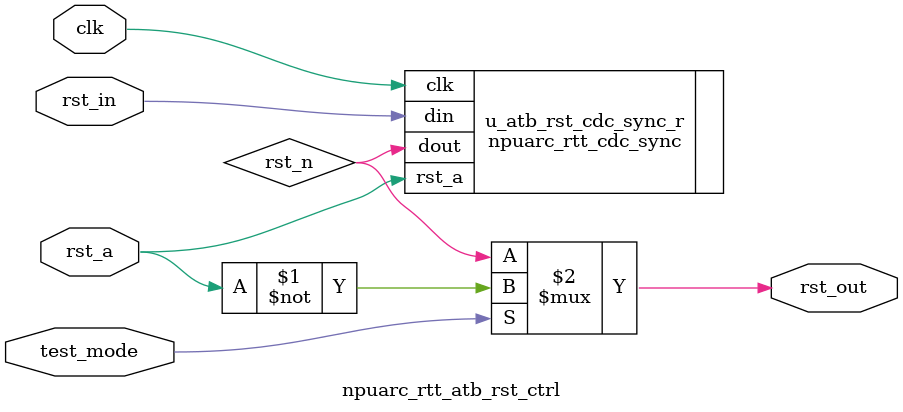
<source format=v>

`include "const.def"

// leda NTL_RST06 off
// LMD: Avoid internally generated resets
// LJ: We do need to synchronize the rst_a

// spyglass disable_block Reset_sync04, Reset_check04
// SMD: Asynchronous reset signal 'rst_a' is synchronized at least twice
// SJ:  We do need to synchronize the rst_a

// spyglass disable_block Reset_check07
// SMD: Clear pin of sequential element 'rst_n' is driven by combinational logic
// SJ:  Converting active high rst_a to active low rst_n

// spyglass disable_block Ac_unsync01
// SMD: Unsychronised clock crossing reported
// SJ: Source clock and capture clock are actually synchronous

// spyglass disable_block STARC05-1.3.1.3
// SMD: asynchronous reset signal being used as synchronous or other use
// SJ:  used as asynchronous

module npuarc_rtt_atb_rst_ctrl (
// spyglass disable_block FlopDataConstant LogicDepth MergeFlops-ML
input  clk,            // clock
input  rst_a,          // global reset
input  rst_in,         // Reset in
output rst_out,        // Reset out
input  test_mode       // test mode to bypass FFs
);

//////////////////////////////////////////////////////////////////
// Synchronizing flip-flops (with async clear function)
wire rst_n;        // active low reset output of 2nd sync FF

npuarc_rtt_cdc_sync u_atb_rst_cdc_sync_r (
                                   .clk   (clk),
                                   .rst_a (rst_a),
                                   .din   (rst_in),
                                   .dout  (rst_n)
                                  );
// spyglass enable_block FlopDataConstant LogicDepth MergeFlops-ML
assign rst_out = test_mode ? ~rst_a : rst_n;

endmodule
// leda NTL_RST06 on

// spyglass enable_block STARC05-1.3.1.3
// spyglass enable_block Reset_sync04
// spyglass enable_block Reset_check04
// spyglass enable_block Reset_check07
// spyglass enable_block Ac_unsync01

</source>
